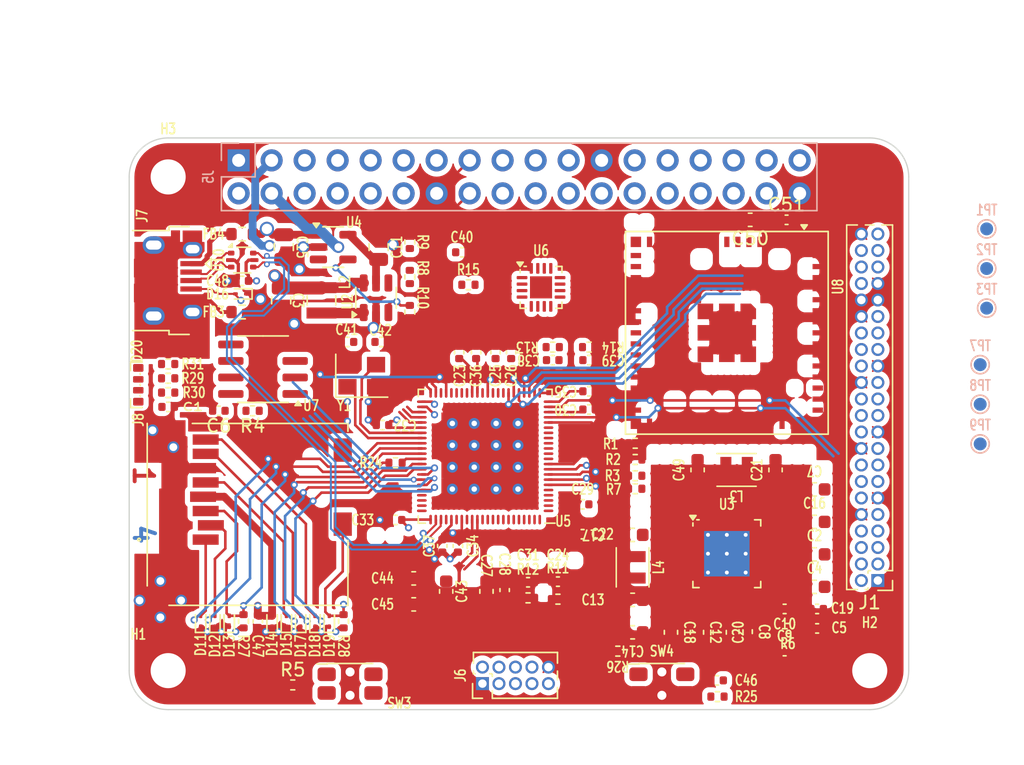
<source format=kicad_pcb>
(kicad_pcb (version 20240108) (generator "pcbnew") (generator_version "8.0")
  (layers (0 "F.Cu" signal) (1 "In1.Cu" power) (2 "In2.Cu" power) (31 "B.Cu" signal) (34 "B.Paste" user) (35 "F.Paste" user) (36 "B.SilkS" user "B.Silkscreen") (37 "F.SilkS" user "F.Silkscreen") (38 "B.Mask" user) (39 "F.Mask" user) (44 "Edge.Cuts" user))
  (net 0 "")
  (net 1 "+2V5")
  (net 2 "NMI")
  (net 3 "/cpu/svref")
  (net 4 "/cpu/hpcomfb")
  (net 5 "/cpu/vra2")
  (net 6 "GND")
  (net 7 "/cpu/hse-in")
  (net 8 "/cpu/hse-out")
  (net 9 "SDC0-DET")
  (net 10 "SDC0-D2")
  (net 11 "SDC0-D3")
  (net 12 "SDC0-CMD")
  (net 13 "SDC0-CLK")
  (net 14 "SDC0-D0")
  (net 15 "SDC0-D1")
  (net 16 "GPIOA5")
  (net 17 "GPIOA4")
  (net 18 "GPIOA3")
  (net 19 "GPIOA2")
  (net 20 "GPIOA1")
  (net 21 "CAN-RX")
  (net 22 "CAN-TX")
  (net 23 "SPI-MISO")
  (net 24 "SPI-MOSI")
  (net 25 "SPI-CS")
  (net 26 "SPI-CLK")
  (net 27 "GPIO4")
  (net 28 "UART2-RX")
  (net 29 "UART2-TX")
  (net 30 "GPIO2")
  (net 31 "GPIO3")
  (net 32 "I2C-SDA")
  (net 33 "I2C-SCL")
  (net 34 "UART1-RX")
  (net 35 "UART1-TX")
  (net 36 "GPIO1")
  (net 37 "UART0-RX")
  (net 38 "UART0-TX")
  (net 39 "~{RST}")
  (net 40 "BAT_NTC")
  (net 41 "BAT_GND")
  (net 42 "VBAT")
  (net 43 "ACIN")
  (net 44 "+3V3")
  (net 45 "USB-D-")
  (net 46 "USB-D+")
  (net 47 "/power/vint")
  (net 48 "IPS")
  (net 49 "/io/usb_gnd")
  (net 50 "/io/usb-")
  (net 51 "/io/usb+")
  (net 52 "PMU-VBUSEN")
  (net 53 "+5V_USB")
  (net 54 "+3V3_RTC")
  (net 55 "VDD_SYS")
  (net 56 "+3V0")
  (net 57 "RSB-SDA")
  (net 58 "RSB-SCK")
  (net 59 "/io/uart0")
  (net 60 "USB-ID")
  (net 61 "PON")
  (net 62 "LDO3")
  (net 63 "/cpu/vra1")
  (net 64 "LED-BLUE")
  (net 65 "LED-GREEN")
  (net 66 "LED-RED")
  (net 67 "/cpu/hpoutr")
  (net 68 "/cpu/hpoutl")
  (net 69 "/cpu/micin")
  (net 70 "GPIO_INT")
  (net 71 "Net-(U3-VREF)")
  (net 72 "Net-(U2-VOUT)")
  (net 73 "Net-(D20-BK)")
  (net 74 "Net-(D20-RK)")
  (net 75 "Net-(D20-GK)")
  (net 76 "Net-(J7-VBUS)")
  (net 81 "/io/micin")
  (net 82 "/io/vmic")
  (net 84 "/io/hpcom")
  (net 86 "/io/hpoutr")
  (net 87 "/io/hpoutl")
  (net 88 "Net-(U2-SW)")
  (net 89 "Net-(U3-LX2)")
  (net 90 "Net-(U3-BIAS)")
  (net 91 "Net-(U2-VFB)")
  (net 92 "Net-(R25-Pad1)")
  (net 93 "Net-(R5-Pad1)")
  (net 98 "BTN1")
  (net 99 "Net-(U7-~{HOLD}{slash}IO3)")
  (net 102 "/cpu/tv_vrn")
  (net 112 "/cpu/tv_vrp")
  (net 151 "/power/lx1")
  (net 152 "LCD-D10")
  (net 153 "LCD-D22")
  (net 154 "LCD-D11")
  (net 155 "LCD-D5")
  (net 156 "LCD-D23")
  (net 157 "LCD-D2")
  (net 158 "LCD_BL")
  (net 159 "LCD-CLK")
  (net 160 "LCD-D20")
  (net 161 "LCD-DE")
  (net 162 "LCD-D4")
  (net 163 "LCD-HSYNC")
  (net 164 "LCD-D21")
  (net 165 "LCD-D18")
  (net 166 "LCD-D19")
  (net 167 "LCD-D7")
  (net 168 "LCD-D3")
  (net 169 "+3V3_LDO")
  (net 170 "LCD-D6")
  (net 171 "TOUCH-YD")
  (net 172 "TOUCH-XL")
  (net 173 "LCD_RESET")
  (net 174 "TOUCH-XR")
  (net 175 "LCD-D13")
  (net 176 "LCD-D15")
  (net 177 "LCD-D14")
  (net 178 "TOUCH-YU")
  (net 179 "LCD-VSYNC")
  (net 180 "LCD-D12")
  (footprint "Inductor_SMD:L_Sunlord_SWPA252010S" (layer "F.Cu") (at 146.75 81.55 180)
    (property "Reference" "L3")
    (property "Value" "4.7uH")
  )
  (footprint "Resistor_SMD:R_0402_1005Metric" (layer "F.Cu") (at 121.6 64 90)
    (property "Reference" "R9")
    (property "Value" "562k")
  )
  (footprint "Capacitor_SMD:C_0402_1005Metric" (layer "F.Cu") (at 135.4 76.9)
    (property "Reference" "C30")
    (property "Value" "1uF")
  )
  (footprint "Resistor_SMD:R_0402_1005Metric" (layer "F.Cu") (at 103 75.6 180)
    (property "Reference" "R30")
    (property "Value" "240")
  )
  (footprint "Resistor_SMD:R_0402_1005Metric" (layer "F.Cu") (at 145.28 99)
    (property "Reference" "R25")
    (property "Value" "1k")
  )
  (footprint "Diode_SMD:D_SOD-923" (layer "F.Cu") (at 107.7 93.2 90)
    (property "Reference" "D13")
    (property "Value" "3V3")
  )
  (footprint "Capacitor_SMD:C_0603_1608Metric" (layer "F.Cu") (at 138.75 91.55)
    (property "Reference" "C13")
    (property "Value" "10uF")
  )
  (footprint "Capacitor_SMD:C_0603_1608Metric" (layer "F.Cu") (at 121.899999 89.9 180)
    (property "Reference" "C44")
    (property "Value" "4.7uF")
  )
  (footprint "Diode_SMD:D_SOD-923" (layer "F.Cu") (at 114.3 93.2 90)
    (property "Reference" "D18")
    (property "Value" "3V3")
  )
  (footprint "Capacitor_SMD:C_0603_1608Metric" (layer "F.Cu") (at 152.75 85.55)
    (property "Reference" "C16")
    (property "Value" "10uF")
  )
  (footprint "Capacitor_SMD:C_0603_1608Metric" (layer "F.Cu") (at 143.7 94.05 -90)
    (property "Reference" "C12")
    (property "Value" "4.7uF")
  )
  (footprint "Capacitor_SMD:C_0402_1005Metric" (layer "F.Cu") (at 134.9 84.2)
    (property "Reference" "C29")
    (property "Value" "1uF")
  )
  (footprint "Capacitor_SMD:C_0402_1005Metric" (layer "F.Cu") (at 152.95 92.25)
    (property "Reference" "C19")
    (property "Value" "1uF")
  )
  (footprint "Resistor_SMD:R_0603_1608Metric" (layer "F.Cu") (at 108.7 63.4)
    (property "Reference" "FB4")
    (property "Value" "FerriteBead_Small")
  )
  (footprint "Capacitor_SMD:C_0402_1005Metric" (layer "F.Cu") (at 116.8 71.7 180)
    (property "Reference" "C41")
    (property "Value" "22pF")
  )
  (footprint "Capacitor_SMD:C_0402_1005Metric" (layer "F.Cu") (at 125.61 64.8)
    (property "Reference" "C40")
    (property "Value" "1uF")
  )
  (footprint "Resistor_SMD:R_0402_1005Metric" (layer "F.Cu") (at 137.61 95.5 180)
    (property "Reference" "R26")
    (property "Value" "10k")
  )
  (footprint "Capacitor_SMD:C_0402_1005Metric" (layer "F.Cu") (at 106.9 77 180)
    (property "Reference" "C6")
    (property "Value" "1uF")
  )
  (footprint "Crystal:Crystal_SMD_3225-4Pin_3.2x2.5mm" (layer "F.Cu") (at 117.9 74.3)
    (property "Reference" "Y1")
    (property "Value" "24MHz")
  )
  (footprint "Capacitor_SMD:C_0603_1608Metric" (layer "F.Cu") (at 149.75 81.55 90)
    (property "Reference" "C21")
    (property "Value" "10uF")
  )
  (footprint "Capacitor_SMD:C_0805_2012Metric" (layer "F.Cu") (at 119.2 64.4 90)
    (property "Reference" "C11")
    (property "Value" "10uF")
  )
  (footprint "Capacitor_SMD:C_0603_1608Metric" (layer "F.Cu") (at 143.75 81.55 90)
    (property "Reference" "C49")
    (property "Value" "10uF")
  )
  (footprint "Diode_SMD:D_SOD-923" (layer "F.Cu") (at 115.4 93.2 90)
    (property "Reference" "D19")
    (property "Value" "3V3")
  )
  (footprint "Inductor_SMD:L_Sunlord_SWPA252010S" (layer "F.Cu") (at 138.75 89.05 -90)
    (property "Reference" "L4")
    (property "Value" "4.7uH")
  )
  (footprint "Capacitor_SMD:C_0402_1005Metric" (layer "F.Cu") (at 135.4 73.1)
    (property "Reference" "C39")
    (property "Value" "100nF")
  )
  (footprint "Package_TO_SOT_SMD:SOT-23-6" (layer "F.Cu") (at 119 68.3 90)
    (property "Reference" "U2")
    (property "Value" "MCP1640CH")
  )
  (footprint "Capacitor_SMD:C_0402_1005Metric" (layer "F.Cu") (at 120.5 85.4 180)
    (property "Reference" "C33")
    (property "Value" "1uF")
  )
  (footprint "Capacitor_SMD:C_0402_1005Metric" (layer "F.Cu") (at 125.4 72.5 90)
    (property "Reference" "C23")
    (property "Value" "1uF")
  )
  (footprint "Capacitor_SMD:C_0402_1005Metric" (layer "F.Cu") (at 124.1 87.4 -90)
    (property "Reference" "C37")
    (property "Value" "1uF")
  )
  (footprint "Resistor_SMD:R_0402_1005Metric" (layer "F.Cu") (at 109.5 77 180)
    (property "Reference" "R4")
    (property "Value" "100k")
  )
  (footprint "Capacitor_SMD:C_0603_1608Metric" (layer "F.Cu") (at 152.75 90.55)
    (property "Reference" "C4")
    (property "Value" "10uF")
  )
  (footprint "Capacitor_SMD:C_0603_1608Metric" (layer "F.Cu") (at 141.7 94.05 -90)
    (property "Reference" "C18")
    (property "Value" "4.7uF")
  )
  (footprint "Button_Switch_SMD:SW_SPST_EVQP7C" (layer "F.Cu") (at 141 98)
    (property "Reference" "SW4")
    (property "Value" "SW_Push")
  )
  (footprint "Capacitor_SMD:C_0402_1005Metric" (layer "F.Cu") (at 128.9 90.8 -90)
    (property "Reference" "C28")
    (property "Value" "100nF")
  )
  (footprint "Connector_PinHeader_1.27mm:PinHeader_2x05_P1.27mm_Vertical" (layer "F.Cu") (at 127.19 98 90)
    (property "Reference" "J6")
    (property "Value" "Conn_02x05_Odd_Even")
  )
  (footprint "Capacitor_SMD:C_0603_1608Metric" (layer "F.Cu") (at 124.4 90.9 -90)
    (property "Reference" "C43")
    (property "Value" "10uF")
  )
  (footprint "MountingHole:MountingHole_2.7mm_M2.5" (layer "F.Cu") (at 103 97)
    (property "Reference" "H1")
    (property "Value" "MountingHole")
  )
  (footprint "Capacitor_SMD:C_0402_1005Metric" (layer "F.Cu") (at 108.7 67 180)
    (property "Reference" "C48")
    (property "Value" "100nF")
  )
  (footprint "Capacitor_SMD:C_0402_1005Metric" (layer "F.Cu") (at 134.9 86.5)
    (property "Reference" "C22")
    (property "Value" "1uF")
  )
  (footprint "Resistor_SMD:R_0402_1005Metric" (layer "F.Cu") (at 138.95 83)
    (property "Reference" "R7")
    (property "Value" "10k")
  )
  (footprint "Capacitor_SMD:C_0402_1005Metric" (layer "F.Cu") (at 129.4 72.5 90)
    (property "Reference" "C26")
    (property "Value" "1nF")
  )
  (footprint "Capacitor_SMD:C_0402_1005Metric" (layer "F.Cu") (at 145.25 97.75 180)
    (property "Reference" "C46")
    (property "Value" "100nF")
  )
  (footprint "Resistor_SMD:R_0402_1005Metric" (layer "F.Cu") (at 133 91.5 180)
    (property "Reference" "R11")
    (property "Value" "200k")
  )
  (footprint "Resistor_SMD:R_0402_1005Metric" (layer "F.Cu") (at 116.5 93.2 -90)
    (property "Reference" "R28")
    (property "Value" "10k")
  )
  (footprint "Diode_SMD:D_SOD-923" (layer "F.Cu") (at 106.6 93.2 90)
    (property "Reference" "D12")
    (property "Value" "3V3")
  )
  (footprint "MountingHole:MountingHole_2.7mm_M2.5" (layer "F.Cu") (at 103 59)
    (property "Reference" "H3")
    (property "Value" "MountingHole")
  )
  (footprint "Capacitor_SMD:C_0805_2012Metric" (layer "F.Cu") (at 111.7 68.5 -90)
    (property "Reference" "C3")
    (property "Value" "10uF")
  )
  (footprint "Diode_SMD:D_SOD-923" (layer "F.Cu") (at 108.6 68 180)
    (property "Reference" "D16")
    (property "Value" "5V")
  )
  (footprint "Capacitor_SMD:C_0603_1608Metric" (layer "F.Cu") (at 147.45 94 -90)
    (property "Reference" "C8")
    (property "Value" "4.7uF")
  )
  (footprint "Capacitor_SMD:C_0805_2012Metric" (layer "F.Cu") (at 111.9 64.4 -90)
    (property "Reference" "C15")
    (property "Value" "10uF")
  )
  (footprint "Capacitor_SMD:C_0603_1608Metric" (layer "F.Cu") (at 145.45 94.05 -90)
    (property "Reference" "C20")
    (property "Value" "10uF")
  )
  (footprint "Capacitor_SMD:C_0402_1005Metric" (layer "F.Cu") (at 119.4 71.7)
    (property "Reference" "C42")
    (property "Value" "22pF")
  )
  (footprint "Capacitor_SMD:C_0603_1608Metric" (layer "F.Cu") (at 127.5 90.9 -90)
    (property "Reference" "C27")
    (property "Value" "10uF")
  )
  (footprint "RF_Module:ESP32-S2-MINI-1U" (layer "F.Cu") (at 146 71 -90)
    (property "Reference" "U8")
    (property "Value" "ESP32-S3-MINI-1U")
  )
  (footprint "Capacitor_SMD:C_0402_1005Metric" (layer "F.Cu") (at 133 90.15)
    (property "Reference" "C24")
    (property "Value" "1uF")
  )
  (footprint "Resistor_SMD:R_0402_1005Metric" (layer "F.Cu") (at 126.11 67.3)
    (property "Reference" "R15")
    (property "Value" "2.2k")
  )
  (footprint "Resistor_SMD:R_0402_1005Metric" (layer "F.Cu") (at 138.95 80.75)
    (property "Reference" "R2")
    (property "Value" "2.2k")
  )
  (footprint "Resistor_SMD:R_0402_1005Metric" (layer "F.Cu") (at 120.5 81 180)
    (property "Reference" "R24")
    (property "Value" "R_Small")
  )
  (footprint "Capacitor_SMD:C_0402_1005Metric" (layer "F.Cu") (at 150.45 95.5)
    (property "Reference" "C9")
    (property "Value" "100nF")
  )
  (footprint "Connector_PinHeader_1.27mm:PinHeader_2x22_P1.27mm_Vertical" (layer "F.Cu") (at 157.625 90.0625 180)
    (property "Reference" "J1")
    (property "Value" "Conn_02x22_Odd_Even")
  )
  (footprint "Capacitor_SMD:C_0402_1005Metric" (layer "F.Cu") (at 126.7 72.5 90)
    (property "Reference" "C36")
    (property "Value" "1uF")
  )
  (footprint "Package_SO:SOIC-8_3.9x4.9mm_P1.27mm" (layer "F.Cu") (at 110.3 73.8 180)
    (property "Reference" "U7")
    (property "Value" "AT25SF081-SSHD-X")
  )
  (footprint "Capacitor_SMD:C_0402_1005Metric" (layer "F.Cu") (at 103 76.7)
    (property "Reference" "C1")
    (property "Value" "100nF")
  )
  (footprint "Resistor_SMD:R_0402_1005Metric" (layer "F.Cu") (at 121.6 66.7 -90)
    (property "Reference" "R8")
    (property "Value" "976k")
  )
  (footprint "Capacitor_SMD:C_0402_1005Metric" (layer "F.Cu") (at 109.9 93.2 -90)
    (property "Reference" "C47")
    (property "Value" "10uF")
  )
  (footprint "gct:MEM20610118800A" (layer "F.Cu") (at 105.8875 79.215 -90)
    (property "Reference" "J8")
    (property "Value" "Micro_SD_Card_Det" (hide yes))
  )
  (footprint "Capacitor_SMD:C_0402_1005Metric" (layer "F.Cu") (at 119.5 78.1 180)
    (property "Reference" "C32")
    (property "Value" "1uF")
  )
  (footprint "Resistor_SMD:R_0402_1005Metric" (layer "F.Cu") (at 130.7 91.399999 180)
    (property "Reference" "R12")
    (property "Value" "200k")
  )
  (footprint "Resistor_SMD:R_0402_1005Metric" (layer "F.Cu") (at 121.6 69.4 -90)
    (property "Reference" "R10")
    (property "Value" "100K")
  )
  (footprint "Capacitor_SMD:C_0603_1608Metric" (layer "F.Cu") (at 121.899999 91.9 180)
    (property "Reference" "C45")
    (property "Value" "4.7uF")
  )
  (footprint "Diode_SMD:D_SOD-923" (layer "F.Cu") (at 111 93.2 90)
    (property "Reference" "D14")
    (property "Value" "3V3")
  )
  (footprint "Resistor_SMD:R_0402_1005Metric" (layer "F.Cu") (at 138.95 82)
    (property "Reference" "R3")
    (property "Value" "10k")
  )
  (footprint "Diode_SMD:D_SOD-923" (layer "F.Cu") (at 105.5 93.2 90)
    (property "Reference" "D11")
    (property "Value" "3V3")
  )
  (footprint "Resistor_SMD:R_0603_1608Metric" (layer "F.Cu") (at 108.7 69.4)
    (property "Reference" "FB3")
    (property "Value" "FerriteBead_Small")
  )
  (footprint "Package_DFN_QFN:VQFN-32-1EP_5x5mm_P0.5mm_EP3.5x3.5mm_ThermalVias" (layer "F.Cu") (at 146 88)
    (property "Reference" "U3")
    (property "Value" "AXP173")
  )
  (footprint "Connector_USB:USB_Micro-B_Amphenol_10103594-0001LF_Horizontal" (layer "F.Cu") (at 103 67 -90)
    (property "Reference" "J7")
    (property "Value" "USB_B_Micro")
  )
  (footprint "Resistor_SMD:R_0402_1005Metric" (layer "F.Cu") (at 103 73.4 180)
    (property "Reference" "R31")
    (property "Value" "240")
  )
  (footprint "Inductor_SMD:L_Wuerth_MAPI-2510" (layer "F.Cu") (at 114.8 68.5 90)
    (property "Reference" "L2")
    (property "Value" "L_Small")
  )
  (footprint "Capacitor_SMD:C_0402_1005Metric" (layer "F.Cu") (at 150.45 92.25 180)
    (property "Reference" "C10")
    (property "Value" "1uF")
  )
  (footprint "Capacitor_SMD:C_0603_1608Metric" (layer "F.Cu") (at 152.75 88.05)
    (property "Reference" "C2")
    (property "Value" "10uF")
  )
  (footprint "Capacitor_SMD:C_0603_1608Metric" (layer "F.Cu") (at 152.75 83.05)
    (property "Reference" "C7")
    (property "Value" "10uF")
  )
  (footprint "Package_TO_SOT_SMD:SOT-23-5" (layer "F.Cu") (at 115.7 64.4)
    (property "Reference" "U4")
    (property "Value" "AP22811")
  )
  (footprint "Package_TO_SOT_SMD:SOT-666" (layer "F.Cu") (at 108.7 65.4)
    (property "Reference" "U10")
    (property "Value" "USBLC6-2P6")
  )
  (footprint "Resistor_SMD:R_0402_1005Metric" (layer "F.Cu") (at 135.4 72.1 180)
    (property "Reference" "R14")
    (property "Value" "2.2k")
  )
  (footprint "Resistor_SMD:R_0402_1005Metric" (layer "F.Cu") (at 112.59 98.1)
    (property "Reference" "R5")
    (property "Value" "1k")
  )
  (footprint "Capacitor_SMD:C_0603_1608Metric" (layer "F.Cu") (at 138.75 86.55 180)
    (property "Reference" "C17")
    (property "Value" "10uF")
  )
  (footprint "Button_Switch_SMD:SW_SPST_EVQP7C" (layer "F.Cu") (at 117 98)
    (property "Reference" "SW3")
    (property "Value" "SW_Push")
  )
  (footprint "Capacitor_SMD:C_0402_1005Metric" (layer "F.Cu") (at 125.3 87.4 -90)
    (property "Reference" "C34")
    (property "Value" "1uF")
  )
  (footprint "Resistor_SMD:R_0402_1005Metric" (layer "F.Cu") (at 150.7 93.75 180)
    (property "Reference" "R6")
    (property "Value" "200K")
  )
  (footprint "Diode_SMD:D_SOD-923" (layer "F.Cu") (at 112.1 93.2 90)
    (property "Reference" "D15")
    (property "Value" "3V3")
  )
  (footprint "Resistor_SMD:R_0402_1005Metric" (layer "F.Cu") (at 138.95 79.5)
    (property "Reference" "R1")
    (property "Value" "10K")
  )
  (footprint "MountingHole:MountingHole_2.7mm_M2.5" (layer "F.Cu") (at 157 97)
    (property "Reference" "H2")
    (property "Value" "MountingHole")
  )
  (footprint "Diode_SMD:D_SOD-923" (layer "F.Cu") (at 113.2 93.2 90)
    (property "Reference" "D17")
    (property "Value" "3V3")
  )
  (footprint "Resistor_SMD:R_0402_1005Metric" (layer "F.Cu") (at 103 74.5 180)
    (property "Reference" "R29")
    (property "Value" "240")
  )
  (footprint "allwinner:QFN-88_EP_10x10_Pitch0.4mm" (layer "F.Cu") (at 127.4 80.5 180)
    (property "Reference" "U5")
    (property "Value" "F1C100s")
  )
  (footprint "Capacitor_SMD:C_0402_1005Metric" (layer "F.Cu") (at 128.2 72.5 90)
    (property "Reference" "C25")
    (property "Value" "100nF")
  )
  (footprint "Resistor_SMD:R_0402_1005Metric" (layer "F.Cu") (at 132.6 72.1 180)
    (property "Reference" "R13")
    (property "Value" "2.2k")
  )
  (footprint "Capacitor_SMD:C_0402_1005Metric" (layer "F.Cu") (at 135.4 75.5)
    (property "Reference" "C35")
    (property "Value" "1uF")
  )
  (footprint "Capacitor_SMD:C_0603_1608Metric" (layer "F.Cu") (at 138.75 94.05 180)
    (property "Reference" "C14")
    (property "Value" "4.7uF")
  )
  (footprint "Resistor_SMD:R_0402_1005Metric" (layer "F.Cu") (at 108.8 93.2 -90)
    (property "Reference" "R27")
    (property "Value" "10k")
  )
  (footprint "Capacitor_SMD:C_0603_1608Metric" (layer "F.Cu") (at 147.8 62.3 180)
    (property "Reference" "C50")
    (property "Value" "10uF")
  )
  (footprint "Capacitor_SMD:C_0402_1005Metric" (layer "F.Cu") (at 150.6 62.3)
    (property "Reference" "C51")
    (property "Value" "100nF")
  )
  (footprint "Capacitor_SMD:C_0402_1005Metric" (layer "F.Cu") (at 132.6 73.1)
    (property "Reference" "C38")
    (property "Value" "100nF")
  )
  (footprint "Package_DFN_QFN:QFN-16-1EP_3x3mm_P0.5mm_EP1.7x1.7mm" (layer "F.Cu") (at 131.7 67.5)
    (property "Reference" "U6")
    (property "Value" "PCA6408A")
  )
  (footprint "led:rgb-1204" (layer "F.Cu") (at 100.2 75 90)
    (property "Reference" "D20")
    (property "Value" "LED_RGBA")
  )
  (footprint "Capacitor_SMD:C_0402_1005Metric" (layer "F.Cu") (at 130.7 90.2)
    (property "Reference" "C31")
    (property "Value" "1uF")
  )
  (footprint "Capacitor_SMD:C_0402_1005Metric" (layer "F.Cu") (at 152.95 93.75)
    (property "Reference" "C5")
    (property "Value" "1uF")
  )
  (footprint "TestPoint:TestPoint_Pad_D1.0mm" (layer "B.Cu") (at 165.5 73.45 180)
    (property "Reference" "TP7")
    (property "Value" "TestPoint")
  )
  (footprint "TestPoint:TestPoint_Pad_D1.0mm" (layer "B.Cu") (at 166 69.1 180)
    (property "Reference" "TP3")
    (property "Value" "TestPoint")
  )
  (footprint "TestPoint:TestPoint_Pad_D1.0mm" (layer "B.Cu") (at 165.5 79.55 180)
    (property "Reference" "TP9")
    (property "Value" "TestPoint")
  )
  (footprint "TestPoint:TestPoint_Pad_D1.0mm" (layer "B.Cu") (at 166 66.05 180)
    (property "Reference" "TP2")
    (property "Value" "TestPoint")
  )
  (footprint "TestPoint:TestPoint_Pad_D1.0mm" (layer "B.Cu") (at 166 63 180)
    (property "Reference" "TP1")
    (property "Value" "TestPoint")
  )
  (footprint "TestPoint:TestPoint_Pad_D1.0mm" (layer "B.Cu") (at 165.5 76.5 180)
    (property "Reference" "TP8")
    (property "Value" "TestPoint")
  )
  (footprint "Connector_PinHeader_2.54mm:PinHeader_2x18_P2.54mm_Vertical" (layer "B.Cu") (at 108.425 57.725 -90)
    (property "Reference" "J5")
    (property "Value" "Conn_02x18_Odd_Even")
  )
  (gr_line (start 103 56) (end 157 56) (stroke (width 0.1)) (layer "Edge.Cuts"))
  (gr_arc (start 103 100) (mid 100.87868 99.12132) (end 100 97) (stroke (width 0.1)) (layer "Edge.Cuts"))
  (gr_arc (start 157 56) (mid 159.12132 56.87868) (end 160 59) (stroke (width 0.1)) (layer "Edge.Cuts"))
  (gr_arc (start 100 59) (mid 100.87868 56.87868) (end 103 56) (stroke (width 0.1)) (layer "Edge.Cuts"))
  (gr_line (start 100 97) (end 100 59) (stroke (width 0.1)) (layer "Edge.Cuts"))
  (gr_line (start 103 100) (end 157 100) (stroke (width 0.1)) (layer "Edge.Cuts"))
  (gr_line (start 160 97) (end 160 59) (stroke (width 0.1)) (layer "Edge.Cuts"))
  (gr_arc (start 160 97) (mid 159.12132 99.12132) (end 157 100) (stroke (width 0.1)) (layer "Edge.Cuts"))
  (gr_text "1" (at 101.1 82 270) (layer "F.Cu") (effects (font (size 1.5 1.5) (thickness 0.3))))
  (gr_text "4" (at 101.1 86.5 270) (layer "B.Cu") (effects (font (size 1.5 1.5) (thickness 0.3))))
  (segment (start 125.58 72.98) (end 125.4 72.98) (width 0.2) (layer "F.Cu") (net 1))
  (segment (start 126.4 75.625) (end 126.4 73.8) (width 0.2) (layer "F.Cu") (net 1))
  (segment (start 126.4 73.8) (end 125.58 72.98) (width 0.2) (layer "F.Cu") (net 1))
  (segment (start 127.6 74.8) (end 127.8 74.6) (width 0.2) (layer "F.Cu") (net 3))
  (segment (start 127.6 75.625) (end 127.6 74.8) (width 0.2) (layer "F.Cu") (net 3))
  (via (at 127.8 74.6) (size 0.55) (drill 0.3) (layers "F.Cu" "B.Cu") (net 3))
  (segment (start 124.1 87.88) (end 124.18 87.88) (width 0.4) (layer "F.Cu") (net 6))
  (segment (start 107.775 57.725) (end 106.6 58.9) (width 1.2) (layer "F.Cu") (net 6))
  (segment (start 102.3875 91.575) (end 102.3875 90.1125) (width 0.2) (layer "F.Cu") (net 6))
  (segment (start 112.1 93.62) (end 111.88 93.62) (width 0.3) (layer "F.Cu") (net 6))
  (segment (start 106.6 93.62) (end 106.38 93.62) (width 0.3) (layer "F.Cu") (net 6))
  (segment (start 109.7 68) (end 110.1 68.4) (width 0.3) (layer "F.Cu") (net 6))
  (segment (start 106.6 58.9) (end 106.6 61.4) (width 1.2) (layer "F.Cu") (net 6))
  (segment (start 112.349999 65.349999) (end 113.1 66.1) (width 1) (layer "F.Cu") (net 6))
  (segment (start 108.425 57.725) (end 107.775001 57.725) (width 1.2) (layer "F.Cu") (net 6))
  (segment (start 108.4 66.82) (end 108.22 67) (width 0.25) (layer "F.Cu") (net 6))
  (segment (start 111.7 69.449999) (end 111.849999 69.449999) (width 1) (layer "F.Cu") (net 6))
  (segment (start 107.775 65.4) (end 108.1 65.4) (width 0.25) (layer "F.Cu") (net 6))
  (segment (start 108.22 67) (end 107.6 67) (width 0.25) (layer "F.Cu") (net 6))
  (segment (start 115.4 93.62) (end 115.18 93.62) (width 0.3) (layer "F.Cu") (net 6))
  (segment (start 113.08 93.62) (end 112.7 94) (width 0.3) (layer "F.Cu") (net 6))
  (segment (start 106.38 93.62) (end 106 94) (width 0.3) (layer "F.Cu") (net 6))
  (segment (start 107.7 93.62) (end 107.48 93.62) (width 0.3) (layer "F.Cu") (net 6))
  (segment (start 124.18 87.88) (end 124.7 88.4) (width 0.4) (layer "F.Cu") (net 6))
  (segment (start 105.62 93.62) (end 106 94) (width 0.3) (layer "F.Cu") (net 6))
  (segment (start 120.02 85.4) (end 119.3 85.4) (width 0.2) (layer "F.Cu") (net 6))
  (segment (start 119 70.4) (end 118.8 70.6) (width 0.6) (layer "F.Cu") (net 6))
  (segment (start 102.3875 90.1125) (end 102.4 90.1) (width 0.2) (layer "F.Cu") (net 6))
  (segment (start 109.9 93.68) (end 110.18 93.68) (width 0.3) (layer "F.Cu") (net 6))
  (segment (start 108.4 65.7) (end 108.4 66.82) (width 0.25) (layer "F.Cu") (net 6))
  (segment (start 124.02 87.88) (end 123.5 88.4) (width 0.4) (layer "F.Cu") (net 6))
  (segment (start 125.3 87.88) (end 125.22 87.88) (width 0.4) (layer "F.Cu") (net 6))
  (segment (start 111.12 93.62) (end 111.5 94) (width 0.3) (layer "F.Cu") (net 6))
  (segment (start 111.9 65.349999) (end 112.349999 65.349999) (width 1) (layer "F.Cu") (net 6))
  (segment (start 119.02 78.1) (end 118.8 78.1) (width 0.2) (layer "F.Cu") (net 6))
  (segment (start 108.1 65.4) (end 108.4 65.7) (width 0.25) (layer "F.Cu") (net 6))
  (segment (start 109.02 68) (end 109.7 68) (width 0.3) (layer "F.Cu") (net 6))
  (segment (start 110.18 93.68) (end 110.5 94) (width 0.3) (layer "F.Cu") (net 6))
  (segment (start 124.1 87.88) (end 124.02 87.88) (width 0.4) (layer "F.Cu") (net 6))
  (segment (start 111.849999 69.449999) (end 112.7 70.3) (width 1) (layer "F.Cu") (net 6))
  (segment (start 114.5625 64.4) (end 113.4 64.4) (width 0.3) (layer "F.Cu") (net 6))
  (segment (start 112.32 93.62) (end 112.7 94) (width 0.3) (layer "F.Cu") (net 6))
  (segment (start 111 93.62) (end 110.88 93.62) (width 0.3) (layer "F.Cu") (net 6))
  (segment (start 109.525 69.4) (end 109.525 68.975) (width 0.3) (layer "F.Cu") (net 6))
  (segment (start 115.18 93.62) (end 114.8 94) (width 0.3) (layer "F.Cu") (net 6))
  (segment (start 119.2 63.450001) (end 119.550001 63.450001) (width 0.6) (layer "F.Cu") (net 6))
  (segment (start 106.6 93.62) (end 106.72 93.62) (width 0.3) (layer "F.Cu") (net 6))
  (segment (start 106.72 93.62) (end 107.1 94) (width 0.3) (layer "F.Cu") (net 6))
  (segment (start 114.3 93.62) (end 114.42 93.62) (width 0.3) (layer "F.Cu") (net 6))
  (segment (start 119.550001 63.450001) (end 120.3 64.2) (width 0.6) (layer "F.Cu") (net 6))
  (segment (start 109.525 68.975) (end 110.1 68.4) (width 0.3) (layer "F.Cu") (net 6))
  (segment (start 114.42 93.62) (end 114.8 94) (width 0.3) (layer "F.Cu") (net 6))
  (segment (start 125.22 87.88) (end 124.7 88.4) (width 0.4) (layer "F.Cu") (net 6))
  (segment (start 110.88 93.62) (end 110.5 94) (width 0.3) (layer "F.Cu") (net 6))
  (segment (start 111.88 93.62) (end 111.5 94) (width 0.3) (layer "F.Cu") (net 6))
  (segment (start 107.48 93.62) (end 107.1 94) (width 0.3) (layer "F.Cu") (net 6))
  (segment (start 105.5 93.62) (end 105.62 93.62) (width 0.3) (layer "F.Cu") (net 6))
  (segment (start 113.2 93.62) (end 113.08 93.62) (width 0.3) (layer "F.Cu") (net 6))
  (segment (start 111 93.62) (end 111.12 93.62) (width 0.3) (layer "F.Cu") (net 6))
  (segment (start 119 69.4375) (end 119 70.4) (width 0.6) (layer "F.Cu") (net 6))
  (segment (start 118.8 78.1) (end 118.4 77.7) (width 0.2) (layer "F.Cu") (net 6))
  (segment (start 112.1 93.62) (end 112.32 93.62) (width 0.3) (layer "F.Cu") (net 6))
  (via (at 107.6 67) (size 0.55) (drill 0.3) (layers "F.Cu" "B.Cu") (net 6))
  (via (at 124.7 88.4) (size 0.55) (drill 0.3) (layers "F.Cu" "B.Cu") (net 6))
  (via (at 116.8 77.8) (size 0.55) (drill 0.3) (layers "F.Cu" "B.Cu") (net 6))
  (via (at 119.3 85.4) (size 0.55) (drill 0.3) (layers "F.Cu" "B.Cu") (net 6))
  (via (at 112.7 94) (size 0.55) (drill 0.3) (layers "F.Cu" "B.Cu") (net 6))
  (via (at 118.8 70.6) (size 0.9) (drill 0.6) (layers "F.Cu" "B.Cu") (net 6))
  (via (at 110.5 94) (size 0.55) (drill 0.3) (layers "F.Cu" "B.Cu") (net 6))
  (via (at 102.4 90.1) (size 0.9) (drill 0.6) (layers "F.Cu" "B.Cu") (net 6))
  (via (at 116.8 76.3) (size 0.55) (drill 0.3) (layers "F.Cu" "B.Cu") (net 6))
  (via (at 112.7 70.3) (size 0.9) (drill 0.6) (layers "F.Cu" "B.Cu") (net 6))
  (via (at 103.4 79.8) (size 0.9) (drill 0.6) (layers "F.Cu" "B.Cu") (net 6))
  (via (at 120.3 64.2) (size 0.9) (drill 0.6) (layers "F.Cu" "B.Cu") (net 6))
  (via (at 102.4 92.9) (size 0.9) (drill 0.6) (layers "F.Cu" "B.Cu") (net 6))
  (via (at 107.1 94) (size 0.55) (drill 0.3) (layers "F.Cu" "B.Cu") (net 6))
  (via (at 114.8 94) (size 0.55) (drill 0.3) (layers "F.Cu" "B.Cu") (net 6))
  (via (at 106 94) (size 0.55) (drill 0.3) (layers "F.Cu" "B.Cu") (net 6))
  (via (at 118.4 76.3) (size 0.55) (drill 0.3) (layers "F.Cu" "B.Cu") (net 6))
  (via (at 100.8 91.6) (size 0.9) (drill 0.6) (layers "F.Cu" "B.Cu") (net 6))
  (via (at 113.4 64.4) (size 0.9) (drill 0.6) (layers "F.Cu" "B.Cu") (net 6))
  (via (at 110.1 68.4) (size 0.9) (drill 0.6) (layers "F.Cu" "B.Cu") (net 6))
  (via (at 104 91.6) (size 0.9) (drill 0.6) (layers "F.Cu" "B.Cu") (net 6))
  (via (at 123.5 88.4) (size 0.55) (drill 0.3) (layers "F.Cu" "B.Cu") (net 6))
  (via (at 101.8 78.5) (size 0.9) (drill 0.6) (layers "F.Cu" "B.Cu") (net 6))
  (via (at 111.5 94) (size 0.55) (drill 0.3) (layers "F.Cu" "B.Cu") (net 6))
  (via (at 118.4 77.7) (size 0.55) (drill 0.3) (layers "F.Cu" "B.Cu") (net 6))
  (via (at 113.1 66.1) (size 0.9) (drill 0.6) (layers "F.Cu" "B.Cu") (net 6))
  (segment (start 117.9 74.55) (end 119 73.45) (width 0.2) (layer "F.Cu") (net 7))
  (segment (start 117.9 76.1) (end 117.9 74.55) (width 0.2) (layer "F.Cu") (net 7))
  (segment (start 117.8 78) (end 117.8 76.2) (width 0.2) (layer "F.Cu") (net 7))
  (segment (start 117.8 76.2) (end 117.9 76.1) (width 0.2) (layer "F.Cu") (net 7))
  (segment (start 122.525 78.7) (end 118.5 78.7) (width 0.2) (layer "F.Cu") (net 7))
  (segment (start 118.5 78.7) (end 117.8 78) (width 0.2) (layer "F.Cu") (net 7))
  (segment (start 117.4 78.1) (end 117.4 75.75) (width 0.2) (layer "F.Cu") (net 8))
  (segment (start 118.4 79.1) (end 117.4 78.1) (width 0.2) (layer "F.Cu") (net 8))
  (segment (start 122.525 79.1) (end 118.4 79.1) (width 0.2) (layer "F.Cu") (net 8))
  (segment (start 117.4 75.75) (end 116.8 75.15) (width 0.2) (layer "F.Cu") (net 8))
  (segment (start 115.1 90.7) (end 115.1 92.48) (width 0.2) (layer "F.Cu") (net 9))
  (segment (start 124.4 74.9) (end 123.9 74.4) (width 0.2) (layer "F.Cu") (net 9))
  (segment (start 115.3 78.8875) (end 115.3 75.1) (width 0.2) (layer "F.Cu") (net 9))
  (segment (start 124.4 75.625) (end 124.4 74.9) (width 0.2) (layer "F.Cu") (net 9))
  (segment (start 116.410001 92.78) (end 116.5 92.690001) (width 0.2) (layer "F.Cu") (net 9))
  (segment (start 115.1 92.48) (end 115.4 92.78) (width 0.2) (layer "F.Cu") (net 9))
  (segment (start 115.4 92.78) (end 116.410001 92.78) (width 0.2) (layer "F.Cu") (net 9))
  (segment (start 116.4375 85.725001) (end 116.4375 89.3625) (width 0.2) (layer "F.Cu") (net 9))
  (segment (start 116.4375 89.3625) (end 115.1 90.7) (width 0.2) (layer "F.Cu") (net 9))
  (segment (start 116.5 92.690001) (end 116.5 91.9) (width 0.2) (layer "F.Cu") (net 9))
  (segment (start 114.7 74.2) (end 115.3 74.8) (width 0.2) (layer "F.Cu") (net 9))
  (segment (start 115.3 74.8) (end 115.3 75.1) (width 0.2) (layer "F.Cu") (net 9))
  (segment (start 116.4375 80.025) (end 115.3 78.8875) (width 0.2) (layer "F.Cu") (net 9))
  (via (at 116.5 91.9) (size 0.55) (drill 0.3) (layers "F.Cu" "B.Cu") (net 9))
  (via (at 114.7 74.2) (size 0.55) (drill 0.3) (layers "F.Cu" "B.Cu") (net 9))
  (via (at 123.9 74.4) (size 0.55) (drill 0.3) (layers "F.Cu" "B.Cu") (net 9))
  (segment (start 114.9 74.4) (end 114.7 74.2) (width 0.2) (layer "B.Cu") (net 9))
  (segment (start 123.9 74.4) (end 114.9 74.4) (width 0.2) (layer "B.Cu") (net 9))
  (segment (start 114.7 80.7) (end 115.3 81.3) (width 0.2) (layer "F.Cu") (net 10))
  (segment (start 105.8875 86.915) (end 105.8875 92.3925) (width 0.2) (layer "F.Cu") (net 10))
  (segment (start 110.7 80.7) (end 114.7 80.7) (width 0.2) (layer "F.Cu") (net 10))
  (segment (start 105.5 92.78) (end 105.32 92.78) (width 0.2) (layer "F.Cu") (net 10))
  (segment (start 105.32 92.78) (end 105 93.1) (width 0.2) (layer "F.Cu") (net 10))
  (segment (start 115.3 81.3) (end 117.3 81.3) (width 0.2) (layer "F.Cu") (net 10))
  (segment (start 117.3 81.3) (end 119.1 79.5) (width 0.2) (layer "F.Cu") (net 10))
  (segment (start 105.8875 92.3925) (end 105.5 92.78) (width 0.2) (layer "F.Cu") (net 10))
  (segment (start 119.1 79.5) (end 122.525 79.5) (width 0.2) (layer "F.Cu") (net 10))
  (via (at 110.7 80.7) (size 0.55) (drill 0.3) (layers "F.Cu" "B.Cu") (net 10))
  (via (at 105 93.1) (size 0.55) (drill 0.3) (layers "F.Cu" "B.Cu") (net 10))
  (segment (start 110.7 80.7) (end 110.7 81.1) (width 0.2) (layer "B.Cu") (net 10))
  (segment (start 110.7 81.1) (end 108.2 83.6) (width 0.2) (layer "B.Cu") (net 10))
  (segment (start 108.2 89.9) (end 105 93.1) (width 0.2) (layer "B.Cu") (net 10))
  (segment (start 108.2 83.6) (end 108.2 89.9) (width 0.2) (layer "B.Cu") (net 10))
  (segment (start 106.6 92.78) (end 106.42 92.78) (width 0.2) (layer "F.Cu") (net 11))
  (segment (start 107.4 86.3) (end 107.4 87.6) (width 0.2) (layer "F.Cu") (net 11))
  (segment (start 106.42 92.78) (end 106.1 93.1) (width 0.2) (layer "F.Cu") (net 11))
  (segment (start 117.5 81.7) (end 119.300001 79.899999) (width 0.2) (layer "F.Cu") (net 11))
  (segment (start 111.3 81.3) (end 114.5 81.3) (width 0.2) (layer "F.Cu") (net 11))
  (segment (start 119.300001 79.899999) (end 122.525 79.899999) (width 0.2) (layer "F.Cu") (net 11))
  (segment (start 114.9 81.7) (end 117.5 81.7) (width 0.2) (layer "F.Cu") (net 11))
  (segment (start 106.6 88.4) (end 106.6 92.78) (width 0.2) (layer "F.Cu") (net 11))
  (segment (start 106.2875 85.815) (end 106.915 85.815) (width 0.2) (layer "F.Cu") (net 11))
  (segment (start 107.4 87.6) (end 106.6 88.4) (width 0.2) (layer "F.Cu") (net 11))
  (segment (start 114.5 81.3) (end 114.9 81.7) (width 0.2) (layer "F.Cu") (net 11))
  (segment (start 106.915 85.815) (end 107.4 86.3) (width 0.2) (layer "F.Cu") (net 11))
  (via (at 111.3 81.3) (size 0.55) (drill 0.3) (layers "F.Cu" "B.Cu") (net 11))
  (via (at 106.1 93.1) (size 0.55) (drill 0.3) (layers "F.Cu" "B.Cu") (net 11))
  (segment (start 109.3 83.8) (end 109.3 89.9) (width 0.2) (layer "B.Cu") (net 11))
  (segment (start 111.3 81.3) (end 111.3 81.8) (width 0.2) (layer "B.Cu") (net 11))
  (segment (start 111.3 81.8) (end 109.3 83.8) (width 0.2) (layer "B.Cu") (net 11))
  (segment (start 109.3 89.9) (end 106.1 93.1) (width 0.2) (layer "B.Cu") (net 11))
  (segment (start 112 81.9) (end 112.2 82.1) (width 0.2) (layer "F.Cu") (net 12))
  (segment (start 108.3 87.8) (end 107.5 88.6) (width 0.2) (layer "F.Cu") (net 12))
  (segment (start 107.5 88.6) (end 107.5 92.58) (width 0.2) (layer "F.Cu") (net 12))
  (segment (start 112.2 82.1) (end 117.7 82.1) (width 0.2) (layer "F.Cu") (net 12))
  (segment (start 107.5 92.58) (end 107.7 92.78) (width 0.2) (layer "F.Cu") (net 12))
  (segment (start 107.7 92.78) (end 108.710001 92.78) (width 0.2) (layer "F.Cu") (net 12))
  (segment (start 108.8 92.690001) (end 108.8 92) (width 0.2) (layer "F.Cu") (net 12))
  (segment (start 105.8875 84.715) (end 107.315 84.715) (width 0.2) (layer "F.Cu") (net 12))
  (segment (start 117.7 82.1) (end 119.5 80.3) (width 0.2) (layer "F.Cu") (net 12))
  (segment (start 108.710001 92.78) (end 108.8 92.690001) (width 0.2) (layer "F.Cu") (net 12))
  (segment (start 119.5 80.3) (end 122.525 80.3) (width 0.2) (layer "F.Cu") (net 12))
  (segment (start 108.3 85.7) (end 108.3 87.8) (width 0.2) (layer "F.Cu") (net 12))
  (segment (start 107.315 84.715) (end 108.3 85.7) (width 0.2) (layer "F.Cu") (net 12))
  (via (at 112 81.9) (size 0.55) (drill 0.3) (layers "F.Cu" "B.Cu") (net 12))
  (via (at 108.8 92) (size 0.55) (drill 0.3) (layers "F.Cu" "B.Cu") (net 12))
  (segment (start 110.2 90.6) (end 108.8 92) (width 0.2) (layer "B.Cu") (net 12))
  (segment (start 112 81.9) (end 112 82.4) (width 0.2) (layer "B.Cu") (net 12))
  (segment (start 112 82.4) (end 110.2 84.2) (width 0.2) (layer "B.Cu") (net 12))
  (segment (start 110.2 84.2) (end 110.2 90.6) (width 0.2) (layer "B.Cu") (net 12))
  (segment (start 121.309999 80.7) (end 121.009999 81) (width 0.2) (layer "F.Cu") (net 13))
  (segment (start 122.525 80.7) (end 121.309999 80.7) (width 0.2) (layer "F.Cu") (net 13))
  (segment (start 118.2 82.9) (end 119.5 81.6) (width 0.2) (layer "F.Cu") (net 14))
  (segment (start 121.799999 81.100001) (end 122.525 81.100001) (width 0.2) (layer "F.Cu") (net 14))
  (segment (start 113.4 83.3) (end 113.8 82.9) (width 0.2) (layer "F.Cu") (net 14))
  (segment (start 113.2 92.78) (end 113.28 92.78) (width 0.2) (layer "F.Cu") (net 14))
  (segment (start 112.6 86.4) (end 112.6 92.18) (width 0.2) (layer "F.Cu") (net 14))
  (segment (start 106.514999 80.314999) (end 112.6 86.4) (width 0.2) (layer "F.Cu") (net 14))
  (segment (start 119.5 81.6) (end 121.3 81.6) (width 0.2) (layer "F.Cu") (net 14))
  (segment (start 112.6 92.18) (end 113.2 92.78) (width 0.2) (layer "F.Cu") (net 14))
  (segment (start 105.8875 80.314999) (end 106.514999 80.314999) (width 0.2) (layer "F.Cu") (net 14))
  (segment (start 121.3 81.6) (end 121.799999 81.100001) (width 0.2) (layer "F.Cu") (net 14))
  (segment (start 113.28 92.78) (end 113.7 93.2) (width 0.2) (layer "F.Cu") (net 14))
  (segment (start 113.8 82.9) (end 118.2 82.9) (width 0.2) (layer "F.Cu") (net 14))
  (via (at 113.4 83.3) (size 0.55) (drill 0.3) (layers "F.Cu" "B.Cu") (net 14))
  (via (at 113.7 93.2) (size 0.55) (drill 0.3) (layers "F.Cu" "B.Cu") (net 14))
  (segment (start 113.4 83.7) (end 112 85.1) (width 0.2) (layer "B.Cu") (net 14))
  (segment (start 112 91.5) (end 113.7 93.2) (width 0.2) (layer "B.Cu") (net 14))
  (segment (start 113.4 83.3) (end 113.4 83.7) (width 0.2) (layer "B.Cu") (net 14))
  (segment (start 112 85.1) (end 112 91.5) (width 0.2) (layer "B.Cu") (net 14))
  (segment (start 113.6 92.08) (end 114.3 92.78) (width 0.2) (layer "F.Cu") (net 15))
  (segment (start 114.38 92.78) (end 114.8 93.2) (width 0.2) (layer "F.Cu") (net 15))
  (segment (start 119.7 82) (end 121.4 82) (width 0.2) (layer "F.Cu") (net 15))
  (segment (start 113.6 85.7) (end 113.6 92.08) (width 0.2) (layer "F.Cu") (net 15))
  (segment (start 114.8 83.3) (end 118.4 83.3) (width 0.2) (layer "F.Cu") (net 15))
  (segment (start 107.115 79.215) (end 113.6 85.7) (width 0.2) (layer "F.Cu") (net 15))
  (segment (start 118.4 83.3) (end 119.7 82) (width 0.2) (layer "F.Cu") (net 15))
  (segment (start 105.8875 79.215) (end 107.115 79.215) (width 0.2) (layer "F.Cu") (net 15))
  (segment (start 121.9 81.5) (end 122.525 81.5) (width 0.2) (layer "F.Cu") (net 15))
  (segment (start 114.15 83.95) (end 114.8 83.3) (width 0.2) (layer "F.Cu") (net 15))
  (segment (start 114.3 92.78) (end 114.38 92.78) (width 0.2) (layer "F.Cu") (net 15))
  (segment (start 121.4 82) (end 121.9 81.5) (width 0.2) (layer "F.Cu") (net 15))
  (via (at 114.15 83.95) (size 0.55) (drill 0.3) (layers "F.Cu" "B.Cu") (net 15))
  (via (at 114.8 93.2) (size 0.55) (drill 0.3) (layers "F.Cu" "B.Cu") (net 15))
  (segment (start 112.8 85.3) (end 112.8 91.2) (width 0.2) (layer "B.Cu") (net 15))
  (segment (start 114.15 83.95) (end 112.8 85.3) (width 0.2) (layer "B.Cu") (net 15))
  (segment (start 112.8 91.2) (end 114.8 93.2) (width 0.2) (layer "B.Cu") (net 15))
  (segment (start 123.4 82.2) (end 123.5 82.2) (width 0.2) (layer "F.Cu") (net 23))
  (segment (start 122.525 82.699999) (end 122.900001 82.699999) (width 0.2) (layer "F.Cu") (net 23))
  (segment (start 122.900001 82.699999) (end 123.2 82.4) (width 0.2) (layer "F.Cu") (net 23))
  (segment (start 123.2 82.4) (end 123.4 82.2) (width 0.2) (layer "F.Cu") (net 23))
  (via (at 123.5 82.2) (size 0.45) (drill 0.25) (layers "F.Cu" "B.Cu") (net 23))
  (segment (start 123 82.2) (end 122.4016 82.7984) (width 0.2) (layer "B.Cu") (net 23))
  (segment (start 122.4016 82.7984) (end 119.2984 82.7984) (width 0.2) (layer "B.Cu") (net 23))
  (segment (start 123.5 82.2) (end 123 82.2) (width 0.2) (layer "B.Cu") (net 23))
  (segment (start 119.2984 82.7984) (end 113.9 77.4) (width 0.2) (layer "B.Cu") (net 23))
  (segment (start 123.3 83.1) (end 123.5 82.9) (width 0.2) (layer "F.Cu") (net 24))
  (segment (start 122.525 83.1) (end 123.3 83.1) (width 0.2) (layer "F.Cu") (net 24))
  (via (at 123.5 82.9) (size 0.55) (drill 0.3) (layers "F.Cu" "B.Cu") (net 24))
  (segment (start 119 83.2) (end 113.4 77.6) (width 0.2) (layer "B.Cu") (net 24))
  (segment (start 123.2 83.2) (end 119 83.2) (width 0.2) (layer "B.Cu") (net 24))
  (segment (start 123.5 82.9) (end 123.2 83.2) (width 0.2) (layer "B.Cu") (net 24))
  (segment (start 121.9 82.3) (end 122.525 82.3) (width 0.2) (layer "F.Cu") (net 25))
  (via (at 121.9 82.3) (size 0.45) (drill 0.25) (layers "F.Cu" "B.Cu") (net 25))
  (segment (start 121.9 82.3) (end 119.4 82.3) (width 0.2) (layer "B.Cu") (net 25))
  (segment (start 119.4 82.3) (end 114.3 77.2) (width 0.2) (layer "B.Cu") (net 25))
  (segment (start 123 81.9) (end 123.5 81.4) (width 0.2) (layer "F.Cu") (net 26))
  (segment (start 122.525 81.9) (end 123 81.9) (width 0.2) (layer "F.Cu") (net 26))
  (via (at 123.5 81.4) (size 0.55) (drill 0.3) (layers "F.Cu" "B.Cu") (net 26))
  (segment (start 119.2 81.4) (end 112.6 74.8) (width 0.2) (layer "B.Cu") (net 26))
  (segment (start 123.5 81.4) (end 119.2 81.4) (width 0.2) (layer "B.Cu") (net 26))
  (segment (start 123.6 75.2) (end 123.3 74.9) (width 0.2) (layer "F.Cu") (net 34))
  (segment (start 123.3 74.9) (end 123.3 63.17) (width 0.2) (layer "F.Cu") (net 34))
  (segment (start 123.6 75.625) (end 123.6 75.2) (width 0.2) (layer "F.Cu") (net 34))
  (segment (start 123.3 63.17) (end 126.205 60.265) (width 0.2) (layer "F.Cu") (net 34))
  (segment (start 125 58.930001) (end 126.205001 57.725) (width 0.2) (layer "F.Cu") (net 35))
  (segment (start 123.2 75.625) (end 123.2 75.4) (width 0.2) (layer "F.Cu") (net 35))
  (segment (start 123.2 75.4) (end 122.9 75.1) (width 0.2) (layer "F.Cu") (net 35))
  (segment (start 122.9 63) (end 125 60.9) (width 0.2) (layer "F.Cu") (net 35))
  (segment (start 125 60.9) (end 125 58.930001) (width 0.2) (layer "F.Cu") (net 35))
  (segment (start 122.9 75.1) (end 122.9 63) (width 0.2) (layer "F.Cu") (net 35))
  (segment (start 121.6 77.9) (end 120.8 77.1) (width 0.2) (layer "F.Cu") (net 37))
  (segment (start 122.525 77.9) (end 121.6 77.9) (width 0.2) (layer "F.Cu") (net 37))
  (segment (start 122.525 77.5) (end 121.7 77.5) (width 0.2) (layer "F.Cu") (net 38))
  (segment (start 121.7 77.5) (end 121.1 76.9) (width 0.2) (layer "F.Cu") (net 38))
  (via (at 116.1 64.4) (size 0.9) (drill 0.6) (layers "F.Cu" "B.Cu") (net 42))
  (segment (start 113.7 63) (end 114.6 63) (width 0.8) (layer "B.Cu") (net 42))
  (segment (start 116 64.4) (end 116.1 64.4) (width 0.8) (layer "B.Cu") (net 42))
  (segment (start 110.965 60.265) (end 113.7 63) (width 0.8) (layer "B.Cu") (net 42))
  (segment (start 114.6 63) (end 116 64.4) (width 0.8) (layer "B.Cu") (net 42))
  (via (at 110.8 64.3) (size 0.9) (drill 0.6) (layers "F.Cu" "B.Cu") (net 43))
  (segment (start 109.5 63.6) (end 109.8 63.9) (width 0.6) (layer "B.Cu") (net 43))
  (segment (start 110.965 57.725) (end 109.7 58.99) (width 0.6) (layer "B.Cu") (net 43))
  (segment (start 110.2 64.3) (end 110.8 64.3) (width 0.6) (layer "B.Cu") (net 43))
  (segment (start 109.7 58.99) (end 109.7 60.4) (width 0.6) (layer "B.Cu") (net 43))
  (segment (start 109.7 61.7) (end 109.5 61.9) (width 0.6) (layer "B.Cu") (net 43))
  (segment (start 109.5 61.9) (end 109.5 63.6) (width 0.6) (layer "B.Cu") (net 43))
  (segment (start 109.8 63.9) (end 110.2 64.3) (width 0.6) (layer "B.Cu") (net 43))
  (segment (start 109.7 60.4) (end 109.7 61.7) (width 0.6) (layer "B.Cu") (net 43))
  (segment (start 107.315 83.615) (end 111 87.3) (width 0.6) (layer "F.Cu") (net 44))
  (segment (start 119.98 78.1) (end 119.98 77.92) (width 0.2) (layer "F.Cu") (net 44))
  (segment (start 120.5 77.8) (end 120.6 77.7) (width 0.2) (layer "F.Cu") (net 44))
  (segment (start 111 92.78) (end 109.96 92.78) (width 0.6) (layer "F.Cu") (net 44))
  (segment (start 122.525 78.300001) (end 120.180001 78.300001) (width 0.2) (layer "F.Cu") (net 44))
  (segment (start 121.005 85.375) (end 120.98 85.4) (width 0.2) (layer "F.Cu") (net 44))
  (segment (start 120.98 85.48) (end 121.5 86) (width 0.2) (layer "F.Cu") (net 44))
  (segment (start 109.9 92.72) (end 109.9 92) (width 0.6) (layer "F.Cu") (net 44))
  (segment (start 120.180001 78.300001) (end 119.98 78.1) (width 0.2) (layer "F.Cu") (net 44))
  (segment (start 116.5 93.709999) (end 116.190001 93.709999) (width 0.3) (layer "F.Cu") (net 44))
  (segment (start 132.275001 77.1) (end 134.720001 77.1) (width 0.2) (layer "F.Cu") (net 44))
  (segment (start 123.2 85.375) (end 121.005 85.375) (width 0.2) (layer "F.Cu") (net 44))
  (segment (start 111 87.3) (end 111 92.78) (width 0.6) (layer "F.Cu") (net 44))
  (segment (start 124.9 86.4) (end 124.9 86.52) (width 0.4) (layer "F.Cu") (net 44))
  (segment (start 120.98 85.4) (end 120.98 85.48) (width 0.2) (layer "F.Cu") (net 44))
  (segment (start 119.98 77.92) (end 120.1 77.8) (width 0.2) (layer "F.Cu") (net 44))
  (segment (start 108.8 93.709999) (end 108.490001 93.709999) (width 0.3) (layer "F.Cu") (net 44))
  (segment (start 134.720001 77.1) (end 134.92 76.900001) (width 0.2) (layer "F.Cu") (net 44))
  (segment (start 116.190001 93.709999) (end 115.9 94) (width 0.3) (layer "F.Cu") (net 44))
  (segment (start 125.6 86.62) (end 125.3 86.92) (width 0.2) (layer "F.Cu") (net 44))
  (segment (start 124.9 86.52) (end 125.3 86.92) (width 0.4) (layer "F.Cu") (net 44))
  (segment (start 125.6 85.375) (end 125.6 86.62) (width 0.2) (layer "F.Cu") (net 44))
  (segment (start 120.1 77.8) (end 120.5 77.8) (width 0.2) (layer "F.Cu") (net 44))
  (segment (start 109.96 92.78) (end 109.9 92.72) (width 0.6) (layer "F.Cu") (net 44))
  (segment (start 105.6875 83.615) (end 107.315 83.615) (width 0.6) (layer "F.Cu") (net 44))
  (segment (start 108.490001 93.709999) (end 108.2 94) (width 0.3) (layer "F.Cu") (net 44))
  (via (at 124.9 86.4) (size 0.55) (drill 0.3) (layers "F.Cu" "B.Cu") (net 44))
  (via (at 108.2 94) (size 0.55) (drill 0.3) (layers "F.Cu" "B.Cu") (net 44))
  (via (at 115.9 94) (size 0.55) (drill 0.3) (layers "F.Cu" "B.Cu") (net 44))
  (via (at 121.5 86) (size 0.55) (drill 0.3) (layers "F.Cu" "B.Cu") (net 44))
  (via (at 109.9 92) (size 0.55) (drill 0.3) (layers "F.Cu" "B.Cu") (net 44))
  (via (at 120.6 77.7) (size 0.55) (drill 0.3) (layers "F.Cu" "B.Cu") (net 44))
  (segment (start 109.925001 64.8625) (end 110.285501 65.223) (width 0.154) (layer "F.Cu") (net 45))
  (segment (start 123.623 85.398) (end 123.623 85.726684) (width 0.154) (layer "F.Cu") (net 45))
  (segment (start 109.55 64.8625) (end 109.925001 64.8625) (width 0.154) (layer "F.Cu") (net 45))
  (segment (start 123.623 85.726684) (end 122.91485 86.434834) (width 0.154) (layer "F.Cu") (net 45))
  (segment (start 110.285501 65.223) (end 110.449625 65.223) (width 0.154) (layer "F.Cu") (net 45))
  (segment (start 122.91485 86.434834) (end 122.634834 86.434834) (width 0.154) (layer "F.Cu") (net 45))
  (segment (start 123.6 85.375) (end 123.623 85.398) (width 0.154) (layer "F.Cu") (net 45))
  (segment (start 110.449625 65.223) (end 110.597625 65.075) (width 0.154) (layer "F.Cu") (net 45))
  (via (at 110.597625 65.075) (size 0.45) (drill 0.25) (layers "F.Cu" "B.Cu") (net 45))
  (via (at 122.634834 86.434834) (size 0.55) (drill 0.3) (layers "F.Cu" "B.Cu") (net 45))
  (segment (start 115.877 85.926684) (end 117.273316 87.323) (width 0.154) (layer "B.Cu") (net 45))
  (segment (start 108.873316 69.677) (end 107.877 70.673316) (width 0.154) (layer "B.Cu") (net 45))
  (segment (start 111.673316 65.223) (end 112.277 65.826684) (width 0.154) (layer "B.Cu") (net 45))
  (segment (start 122.634834 86.71485) (end 122.634834 86.434834) (width 0.154) (layer "B.Cu") (net 45))
  (segment (start 117.273316 87.323) (end 122.026684 87.323) (width 0.154) (layer "B.Cu") (net 45))
  (segment (start 112.277 67.773316) (end 110.373316 69.677) (width 0.154) (layer "B.Cu") (net 45))
  (segment (start 122.026684 87.323) (end 122.634834 86.71485) (width 0.154) (layer "B.Cu") (net 45))
  (segment (start 110.745625 65.223) (end 111.673316 65.223) (width 0.154) (layer "B.Cu") (net 45))
  (segment (start 107.877 72.926684) (end 115.877 80.926684) (width 0.154) (layer "B.Cu") (net 45))
  (segment (start 110.597625 65.075) (end 110.745625 65.223) (width 0.154) (layer "B.Cu") (net 45))
  (segment (start 115.877 80.926684) (end 115.877 85.926684) (width 0.154) (layer "B.Cu") (net 45))
  (segment (start 107.877 70.673316) (end 107.877 72.926684) (width 0.154) (layer "B.Cu") (net 45))
  (segment (start 112.277 65.826684) (end 112.277 67.773316) (width 0.154) (layer "B.Cu") (net 45))
  (segment (start 110.373316 69.677) (end 108.873316 69.677) (width 0.154) (layer "B.Cu") (net 45))
  (segment (start 124 85.375001) (end 123.977 85.398001) (width 0.154) (layer "F.Cu") (net 46))
  (segment (start 123.165166 86.68515) (end 123.165166 86.965166) (width 0.154) (layer "F.Cu") (net 46))
  (segment (start 123.977 85.398001) (end 123.977 85.873316) (width 0.154) (layer "F.Cu") (net 46))
  (segment (start 109.55 65.9375) (end 109.925001 65.9375) (width 0.154) (layer "F.Cu") (net 46))
  (segment (start 110.449625 65.577) (end 110.597625 65.725) (width 0.154) (layer "F.Cu") (net 46))
  (segment (start 109.925001 65.9375) (end 110.285501 65.577) (width 0.154) (layer "F.Cu") (net 46))
  (segment (start 110.285501 65.577) (end 110.449625 65.577) (width 0.154) (layer "F.Cu") (net 46))
  (segment (start 123.977 85.873316) (end 123.165166 86.68515) (width 0.154) (layer "F.Cu") (net 46))
  (via (at 123.165166 86.965166) (size 0.55) (drill 0.3) (layers "F.Cu" "B.Cu") (net 46))
  (via (at 110.597625 65.725) (size 0.45) (drill 0.25) (layers "F.Cu" "B.Cu") (net 46))
  (segment (start 111.923 67.626684) (end 110.226684 69.323) (width 0.154) (layer "B.Cu") (net 46))
  (segment (start 117.126684 87.677) (end 122.173316 87.677) (width 0.154) (layer "B.Cu") (net 46))
  (segment (start 107.523 70.526684) (end 107.523 73.073316) (width 0.154) (layer "B.Cu") (net 46))
  (segment (start 115.523 81.073316) (end 115.523 86.073316) (width 0.154) (layer "B.Cu") (net 46))
  (segment (start 110.597625 65.725) (end 110.745625 65.577) (width 0.154) (layer "B.Cu") (net 46))
  (segment (start 108.726684 69.323) (end 107.523 70.526684) (width 0.154) (layer "B.Cu") (net 46))
  (segment (start 110.226684 69.323) (end 108.726684 69.323) (width 0.154) (layer "B.Cu") (net 46))
  (segment (start 107.523 73.073316) (end 115.523 81.073316) (width 0.154) (layer "B.Cu") (net 46))
  (segment (start 110.745625 65.577) (end 111.526684 65.577) (width 0.154) (layer "B.Cu") (net 46))
  (segment (start 122.88515 86.965166) (end 123.165166 86.965166) (width 0.154) (layer "B.Cu") (net 46))
  (segment (start 115.523 86.073316) (end 117.126684 87.677) (width 0.154) (layer "B.Cu") (net 46))
  (segment (start 122.173316 87.677) (end 122.88515 86.965166) (width 0.154) (layer "B.Cu") (net 46))
  (segment (start 111.923 65.973316) (end 111.923 67.626684) (width 0.154) (layer "B.Cu") (net 46))
  (segment (start 111.526684 65.577) (end 111.923 65.973316) (width 0.154) (layer "B.Cu") (net 46))
  (segment (start 111.7 67.1) (end 111.2 66.6) (width 1) (layer "F.Cu") (net 48))
  (segment (start 118.050001 67.1625) (end 117.1375 67.1625) (width 0.8) (layer "F.Cu") (net 48))
  (segment (start 111.7 67.550001) (end 111.7 67.1) (width 1) (layer "F.Cu") (net 48))
  (segment (start 116.775 67.525) (end 114.8 67.525) (width 0.8) (layer "F.Cu") (net 48))
  (segment (start 114.774999 67.550001) (end 114.8 67.525) (width 1) (layer "F.Cu") (net 48))
  (segment (start 117.1375 67.1625) (end 116.775 67.525) (width 0.8) (layer "F.Cu") (net 48))
  (segment (start 111.7 67.550001) (end 114.774999 67.550001) (width 1) (layer "F.Cu") (net 48))
  (via (at 111.2 66.6) (size 0.9) (drill 0.6) (layers "F.Cu" "B.Cu") (net 48))
  (segment (start 105.975001 68.275001) (end 107.1 69.4) (width 0.3) (layer "F.Cu") (net 49))
  (segment (start 107.1 69.4) (end 107.875 69.4) (width 0.3) (layer "F.Cu") (net 49))
  (segment (start 104.765 68.275001) (end 105.975001 68.275001) (width 0.3) (layer "F.Cu") (net 49))
  (segment (start 107.114499 65.223) (end 106.826684 65.223) (width 0.154) (layer "F.Cu") (net 50))
  (segment (start 107.85 64.8625) (end 107.474999 64.8625) (width 0.154) (layer "F.Cu") (net 50))
  (segment (start 105.39 66.324999) (end 104.765 66.324999) (width 0.154) (layer "F.Cu") (net 50))
  (segment (start 105.538001 66.473) (end 105.39 66.324999) (width 0.154) (layer "F.Cu") (net 50))
  (segment (start 106.471991 65.577693) (end 106.471991 65.977693) (width 0.154) (layer "F.Cu") (net 50))
  (segment (start 107.474999 64.8625) (end 107.114499 65.223) (width 0.154) (layer "F.Cu") (net 50))
  (segment (start 106.826684 65.223) (end 106.471991 65.577693) (width 0.154) (layer "F.Cu") (net 50))
  (segment (start 105.976684 66.473) (end 105.538001 66.473) (width 0.154) (layer "F.Cu") (net 50))
  (segment (start 106.471991 65.977693) (end 105.976684 66.473) (width 0.154) (layer "F.Cu") (net 50))
  (segment (start 105.39 66.975) (end 104.765 66.975) (width 0.154) (layer "F.Cu") (net 51))
  (segment (start 105.538001 66.826999) (end 105.39 66.975) (width 0.154) (layer "F.Cu") (net 51))
  (segment (start 106.825158 65.725158) (end 106.825991 65.725991) (width 0.154) (layer "F.Cu") (net 51))
  (segment (start 106.825991 66.124325) (end 106.123317 66.826999) (width 0.154) (layer "F.Cu") (net 51))
  (segment (start 106.123317 66.826999) (end 105.538001 66.826999) (width 0.154) (layer "F.Cu") (net 51))
  (segment (start 107.114499 65.577) (end 106.973316 65.577) (width 0.154) (layer "F.Cu") (net 51))
  (segment (start 106.825991 65.725991) (end 106.825991 66.124325) (width 0.154) (layer "F.Cu") (net 51))
  (segment (start 107.474999 65.9375) (end 107.114499 65.577) (width 0.154) (layer "F.Cu") (net 51))
  (segment (start 107.85 65.9375) (end 107.474999 65.9375) (width 0.154) (layer "F.Cu") (net 51))
  (segment (start 106.973316 65.577) (end 106.825158 65.725158) (width 0.154) (layer "F.Cu") (net 51))
  (segment (start 120.2 68.6) (end 119.949999 68.850001) (width 0.2) (layer "F.Cu") (net 52))
  (segment (start 116.55 65.35) (end 115.9 66) (width 0.2) (layer "F.Cu") (net 52))
  (segment (start 121.6 68.890001) (end 120.890001 68.890001) (width 0.2) (layer "F.Cu") (net 52))
  (segment (start 119.949999 68.850001) (end 119.949999 69.4375) (width 0.2) (layer "F.Cu") (net 52))
  (segment (start 120.890001 68.890001) (end 120.6 68.6) (width 0.2) (layer "F.Cu") (net 52))
  (segment (start 116.8375 65.35) (end 116.55 65.35) (width 0.2) (layer "F.Cu") (net 52))
  (segment (start 120.6 68.6) (end 120.2 68.6) (width 0.2) (layer "F.Cu") (net 52))
  (via (at 115.9 66) (size 0.55) (drill 0.3) (layers "F.Cu" "B.Cu") (net 52))
  (via (at 120.6 68.6) (size 0.55) (drill 0.3) (layers "F.Cu" "B.Cu") (net 52))
  (segment (start 118.5 68.6) (end 120.6 68.6) (width 0.2) (layer "B.Cu") (net 52))
  (segment (start 115.9 66) (end 118.5 68.6) (width 0.2) (layer "B.Cu") (net 52))
  (segment (start 109.18 67) (end 109.8 67) (width 0.25) (layer "F.Cu") (net 53))
  (segment (start 109.18 66.58) (end 109.18 67) (width 0.25) (layer "F.Cu") (net 53))
  (segment (start 111.050001 63.450001) (end 111.9 63.450001) (width 0.6) (layer "F.Cu") (net 53))
  (segment (start 110.6 63) (end 110.2 63.4) (width 0.6) (layer "F.Cu") (net 53))
  (segment (start 109.2 65.4) (end 109 65.6) (width 0.25) (layer "F.Cu") (net 53))
  (segment (start 114.5625 63.45) (end 111.900001 63.45) (width 0.6) (layer "F.Cu") (net 53))
  (segment (start 110.6 63) (end 111.050001 63.450001) (width 0.6) (layer "F.Cu") (net 53))
  (segment (start 109 65.6) (end 109 66.4) (width 0.25) (layer "F.Cu") (net 53))
  (segment (start 109.625 65.4) (end 109.2 65.4) (width 0.25) (layer "F.Cu") (net 53))
  (segment (start 110.2 63.4) (end 109.525 63.4) (width 0.6) (layer "F.Cu") (net 53))
  (segment (start 111.900001 63.45) (end 111.9 63.450001) (width 0.6) (layer "F.Cu") (net 53))
  (segment (start 109 66.4) (end 109.18 66.58) (width 0.25) (layer "F.Cu") (net 53))
  (via (at 110.6 63) (size 1.1) (drill 0.8) (layers "F.Cu" "B.Cu") (net 53))
  (via (at 109.8 67) (size 0.55) (drill 0.3) (layers "F.Cu" "B.Cu") (net 53))
  (segment (start 126.799999 75.299999) (end 126.8 75.299998) (width 0.2) (layer "F.Cu") (net 55))
  (segment (start 124.1 86.5) (end 124.1 86.92) (width 0.2) (layer "F.Cu") (net 55))
  (segment (start 126.8 75.299998) (end 126.8 73.08) (width 0.2) (layer "F.Cu") (net 55))
  (segment (start 126.8 73.08) (end 126.7 72.98) (width 0.2) (layer "F.Cu") (net 55))
  (segment (start 123.5 87.5) (end 123.3 87.7) (width 0.4) (layer "F.Cu") (net 55))
  (segment (start 124.1 86.92) (end 124.08 86.92) (width 0.4) (layer "F.Cu") (net 55))
  (segment (start 133.9 75.5) (end 134.92 75.5) (width 0.2) (layer "F.Cu") (net 55))
  (segment (start 132.275 76.3) (end 133.1 76.3) (width 0.2) (layer "F.Cu") (net 55))
  (segment (start 123.3 87.7) (end 123.1 87.7) (width 0.4) (layer "F.Cu") (net 55))
  (segment (start 124.8 85.375) (end 124.8 85.8) (width 0.2) (layer "F.Cu") (net 55))
  (segment (start 124.08 86.92) (end 123.5 87.5) (width 0.4) (layer "F.Cu") (net 55))
  (segment (start 124.8 85.8) (end 124.1 86.5) (width 0.2) (layer "F.Cu") (net 55))
  (segment (start 126.799999 75.625) (end 126.799999 75.299999) (width 0.2) (layer "F.Cu") (net 55))
  (segment (start 133.1 76.3) (end 133.9 75.5) (width 0.2) (layer "F.Cu") (net 55))
  (via (at 123.1 87.7) (size 0.55) (drill 0.3) (layers "F.Cu" "B.Cu") (net 55))
  (segment (start 122.525 76.3) (end 123.3 76.3) (width 0.2) (layer "F.Cu") (net 57))
  (segment (start 123.3 76.3) (end 123.5 76.5) (width 0.2) (layer "F.Cu") (net 57))
  (via (at 123.5 76.5) (size 0.55) (drill 0.3) (layers "F.Cu" "B.Cu") (net 57))
  (segment (start 122.525 76.7) (end 122.9 76.7) (width 0.2) (layer "F.Cu") (net 58))
  (segment (start 122.9 76.7) (end 123.5 77.3) (width 0.2) (layer "F.Cu") (net 58))
  (via (at 123.5 77.3) (size 0.55) (drill 0.3) (layers "F.Cu" "B.Cu") (net 58))
  (segment (start 112.7 82.7) (end 112.9 82.5) (width 0.2) (layer "F.Cu") (net 59))
  (segment (start 119.5 81) (end 119.990001 81) (width 0.2) (layer "F.Cu") (net 59))
  (segment (start 111.9 87.1) (end 111.9 92.58) (width 0.2) (layer "F.Cu") (net 59))
  (segment (start 107.314999 82.514999) (end 111.9 87.1) (width 0.2) (layer "F.Cu") (net 59))
  (segment (start 111.9 92.58) (end 112.1 92.78) (width 0.2) (layer "F.Cu") (net 59))
  (segment (start 118 82.5) (end 119.5 81) (width 0.2) (layer "F.Cu") (net 59))
  (segment (start 105.8875 82.514999) (end 107.314999 82.514999) (width 0.2) (layer "F.Cu") (net 59))
  (segment (start 112.1 92.78) (end 112.28 92.78) (width 0.2) (layer "F.Cu") (net 59))
  (segment (start 112.9 82.5) (end 118 82.5) (width 0.2) (layer "F.Cu") (net 59))
  (segment (start 112.28 92.78) (end 112.7 93.2) (width 0.2) (layer "F.Cu") (net 59))
  (via (at 112.7 93.2) (size 0.55) (drill 0.3) (layers "F.Cu" "B.Cu") (net 59))
  (via (at 112.7 82.7) (size 0.55) (drill 0.3) (layers "F.Cu" "B.Cu") (net 59))
  (segment (start 111.2 84.8) (end 111.2 91.7) (width 0.2) (layer "B.Cu") (net 59))
  (segment (start 112.7 82.7) (end 112.7 83.3) (width 0.2) (layer "B.Cu") (net 59))
  (segment (start 111.2 91.7) (end 112.7 93.2) (width 0.2) (layer "B.Cu") (net 59))
  (segment (start 112.7 83.3) (end 111.2 84.8) (width 0.2) (layer "B.Cu") (net 59))
  (segment (start 108.18 68) (end 108.18 68.08) (width 0.154) (layer "F.Cu") (net 60))
  (segment (start 106.6 67.9) (end 106.8 67.9) (width 0.154) (layer "F.Cu") (net 60))
  (segment (start 106.8 67.9) (end 106.9 68) (width 0.154) (layer "F.Cu") (net 60))
  (segment (start 108.18 68.08) (end 108.6 68.5) (width 0.154) (layer "F.Cu") (net 60))
  (segment (start 106.325 67.625) (end 106.6 67.9) (width 0.154) (layer "F.Cu") (net 60))
  (segment (start 104.765 67.625) (end 106.325 67.625) (width 0.154) (layer "F.Cu") (net 60))
  (segment (start 106.9 68) (end 108.18 68) (width 0.154) (layer "F.Cu") (net 60))
  (via (at 108.6 68.5) (size 0.55) (drill 0.3) (layers "F.Cu" "B.Cu") (net 60))
  (segment (start 121.8 77.1) (end 121.4 76.7) (width 0.2) (layer "F.Cu") (net 70))
  (segment (start 122.524999 77.1) (end 121.8 77.1) (width 0.2) (layer "F.Cu") (net 70))
  (segment (start 119 65.549999) (end 119.2 65.349999) (width 0.6) (layer "F.Cu") (net 72))
  (segment (start 118.849999 65.349999) (end 116.95 63.45) (width 0.6) (layer "F.Cu") (net 72))
  (segment (start 119.2 65.349999) (end 118.849999 65.349999) (width 0.6) (layer "F.Cu") (net 72))
  (segment (start 119 67.1625) (end 119 65.549999) (width 0.6) (layer "F.Cu") (net 72))
  (segment (start 116.95 63.45) (end 116.8375 63.45) (width 0.6) (layer "F.Cu") (net 72))
  (segment (start 106.2 64.9) (end 106.2 64) (width 0.4) (layer "F.Cu") (net 76))
  (segment (start 106 65.1) (end 106.2 64.9) (width 0.4) (layer "F.Cu") (net 76))
  (segment (start 106 65.3) (end 106 65.1) (width 0.4) (layer "F.Cu") (net 76))
  (segment (start 106.8 63.4) (end 107.875 63.4) (width 0.4) (layer "F.Cu") (net 76))
  (segment (start 104.765 65.675) (end 105.625 65.675) (width 0.4) (layer "F.Cu") (net 76))
  (segment (start 106.2 64) (end 106.8 63.4) (width 0.4) (layer "F.Cu") (net 76))
  (segment (start 105.625 65.675) (end 106 65.3) (width 0.4) (layer "F.Cu") (net 76))
  (segment (start 118.012501 69.475) (end 118.050001 69.4375) (width 0.8) (layer "F.Cu") (net 88))
  (segment (start 114.8 69.475) (end 118.012501 69.475) (width 0.8) (layer "F.Cu") (net 88))
  (segment (start 126.4 85.375) (end 126.4 87.9) (width 0.2) (layer "F.Cu") (net 102))
  (segment (start 126.4 87.9) (end 125.4 88.9) (width 0.2) (layer "F.Cu") (net 102))
  (segment (start 126.799999 85.375) (end 126.799999 88.200001) (width 0.2) (layer "F.Cu") (net 112))
  (segment (start 126.799999 88.200001) (end 125.8 89.2) (width 0.2) (layer "F.Cu") (net 112))
  (segment (start 131.5 74.9) (end 131.8 74.9) (width 0.2) (layer "F.Cu") (net 153))
  (segment (start 131.8 74.9) (end 132.2 74.5) (width 0.2) (layer "F.Cu") (net 153))
  (segment (start 131.2 75.625) (end 131.2 75.2) (width 0.2) (layer "F.Cu") (net 153))
  (segment (start 131.2 75.2) (end 131.5 74.9) (width 0.2) (layer "F.Cu") (net 153))
  (segment (start 132.2 74.5) (end 136 74.5) (width 0.2) (layer "F.Cu") (net 153))
  (segment (start 132.275 81.5) (end 134.4 81.5) (width 0.2) (layer "F.Cu") (net 155))
  (segment (start 134.4 81.5) (end 134.7 81.2) (width 0.2) (layer "F.Cu") (net 155))
  (segment (start 134.7 81.2) (end 135.2 81.2) (width 0.2) (layer "F.Cu") (net 155))
  (via (at 135.2 81.2) (size 0.55) (drill 0.3) (layers "F.Cu" "B.Cu") (net 155))
  (segment (start 131.3 74.6) (end 131.8 74.1) (width 0.2) (layer "F.Cu") (net 156))
  (segment (start 131.8 74.1) (end 135.8 74.1) (width 0.2) (layer "F.Cu") (net 156))
  (segment (start 130.8 75.1) (end 131.3 74.6) (width 0.2) (layer "F.Cu") (net 156))
  (segment (start 130.8 75.624999) (end 130.8 75.1) (width 0.2) (layer "F.Cu") (net 156))
  (segment (start 134.599999 82.699999) (end 135.799999 82.699999) (width 0.2) (layer "F.Cu") (net 157))
  (segment (start 135.799999 82.699999) (end 135.9 82.8) (width 0.2) (layer "F.Cu") (net 157))
  (segment (start 132.275 82.699999) (end 134.599999 82.699999) (width 0.2) (layer "F.Cu") (net 157))
  (via (at 135.9 82.8) (size 0.55) (drill 0.3) (layers "F.Cu" "B.Cu") (net 157))
  (segment (start 130.4 74.6) (end 130.5 74.5) (width 0.2) (layer "F.Cu") (net 159))
  (segment (start 130.4 75.625) (end 130.4 74.6) (width 0.2) (layer "F.Cu") (net 159))
  (via (at 130.5 74.5) (size 0.55) (drill 0.3) (layers "F.Cu" "B.Cu") (net 159))
  (segment (start 130.5 74.5) (end 131.3 73.7) (width 0.2) (layer "B.Cu") (net 159))
  (segment (start 131.3 73.7) (end 137.2 73.7) (width 0.2) (layer "B.Cu") (net 159))
  (segment (start 141.4 69) (end 143.8 66.6) (width 0.2) (layer "B.Cu") (net 159))
  (segment (start 141.4 69.5) (end 141.4 69) (width 0.2) (layer "B.Cu") (net 159))
  (segment (start 137.2 73.7) (end 141.4 69.5) (width 0.2) (layer "B.Cu") (net 159))
  (segment (start 143.8 66.6) (end 147.2 66.6) (width 0.2) (layer "B.Cu") (net 159))
  (segment (start 140.1 76.2) (end 149.3 76.2) (width 0.2) (layer "F.Cu") (net 160))
  (segment (start 132.275 76.7) (end 133.3 76.7) (width 0.2) (layer "F.Cu") (net 160))
  (segment (start 133.8 76.2) (end 137.2 76.2) (width 0.2) (layer "F.Cu") (net 160))
  (segment (start 133.3 76.7) (end 133.8 76.2) (width 0.2) (layer "F.Cu") (net 160))
  (via (at 140.1 76.2) (size 0.55) (drill 0.3) (layers "F.Cu" "B.Cu") (net 160))
  (via (at 149.3 76.2) (size 0.55) (drill 0.3) (layers "F.Cu" "B.Cu") (net 160))
  (via (at 137.2 76.2) (size 0.55) (drill 0.3) (layers "F.Cu" "B.Cu") (net 160))
  (segment (start 150.5 76.2) (end 154.6 80.3) (width 0.2) (layer "B.Cu") (net 160))
  (segment (start 149.3 76.2) (end 150.5 76.2) (width 0.2) (layer "B.Cu") (net 160))
  (segment (start 137.2 76.2) (end 140.1 76.2) (width 0.2) (layer "B.Cu") (net 160))
  (segment (start 130 76.2) (end 130.3 76.5) (width 0.2) (layer "F.Cu") (net 161))
  (segment (start 130 75.625) (end 130 76.2) (width 0.2) (layer "F.Cu") (net 161))
  (via (at 130.3 76.5) (size 0.55) (drill 0.3) (layers "F.Cu" "B.Cu") (net 161))
  (segment (start 144.4 68) (end 147 68) (width 0.2) (layer "B.Cu") (net 161))
  (segment (start 132.3 74.9) (end 137.5 74.9) (width 0.2) (layer "B.Cu") (net 161))
  (segment (start 142.8 69.6) (end 144.4 68) (width 0.2) (layer "B.Cu") (net 161))
  (segment (start 132.2 75) (end 132.3 74.9) (width 0.2) (layer "B.Cu") (net 161))
  (segment (start 130.7 76.5) (end 132.2 75) (width 0.2) (layer "B.Cu") (net 161))
  (segment (start 138 74.9) (end 142.5 70.4) (width 0.2) (layer "B.Cu") (net 161))
  (segment (start 130.3 76.5) (end 130.7 76.5) (width 0.2) (layer "B.Cu") (net 161))
  (segment (start 142.5 70.4) (end 142.8 70.1) (width 0.2) (layer "B.Cu") (net 161))
  (segment (start 142.8 70.1) (end 142.8 69.6) (width 0.2) (layer "B.Cu") (net 161))
  (segment (start 137.5 74.9) (end 138 74.9) (width 0.2) (layer "B.Cu") (net 161))
  (segment (start 132.275 81.9) (end 134.500001 81.9) (width 0.2) (layer "F.Cu") (net 162))
  (segment (start 134.7 81.9) (end 134.9 81.7) (width 0.2) (layer "F.Cu") (net 162))
  (segment (start 134.9 81.7) (end 135.9 81.7) (width 0.2) (layer "F.Cu") (net 162))
  (segment (start 134.500001 81.9) (end 134.7 81.9) (width 0.2) (layer "F.Cu") (net 162))
  (via (at 135.9 81.7) (size 0.55) (drill 0.3) (layers "F.Cu" "B.Cu") (net 162))
  (segment (start 129.599999 74.500001) (end 129.599999 75.625) (width 0.2) (layer "F.Cu") (net 163))
  (segment (start 129.6 74.5) (end 129.599999 74.500001) (width 0.2) (layer "F.Cu") (net 163))
  (via (at 129.6 74.5) (size 0.55) (drill 0.3) (layers "F.Cu" "B.Cu") (net 163))
  (segment (start 141.9 69.2) (end 141.9 69.6) (width 0.2) (layer "B.Cu") (net 163))
  (segment (start 137.45 74.05) (end 131.75 74.05) (width 0.2) (layer "B.Cu") (net 163))
  (segment (start 131.75 74.05) (end 130.7 75.1) (width 0.2) (layer "B.Cu") (net 163))
  (segment (start 130.7 75.1) (end 130.2 75.1) (width 0.2) (layer "B.Cu") (net 163))
  (segment (start 143.9 67.2) (end 141.9 69.2) (width 0.2) (layer "B.Cu") (net 163))
  (segment (start 147.2 67.2) (end 143.9 67.2) (width 0.2) (layer "B.Cu") (net 163))
  (segment (start 130.2 75.1) (end 129.6 74.5) (width 0.2) (layer "B.Cu") (net 163))
  (segment (start 141.9 69.6) (end 137.45 74.05) (width 0.2) (layer "B.Cu") (net 163))
  (segment (start 131.6 75.625) (end 132.575 75.625) (width 0.2) (layer "F.Cu") (net 164))
  (segment (start 133.3 74.9) (end 136.5 74.9) (width 0.2) (layer "F.Cu") (net 164))
  (segment (start 136.5 74.9) (end 136.9 74.9) (width 0.2) (layer "F.Cu") (net 164))
  (segment (start 132.575 75.625) (end 133.3 74.9) (width 0.2) (layer "F.Cu") (net 164))
  (segment (start 132.275 77.9) (end 135.6 77.9) (width 0.2) (layer "F.Cu") (net 165))
  (segment (start 135.4 77.5) (end 136.9 77.5) (width 0.2) (layer "F.Cu") (net 166))
  (segment (start 132.275 77.5) (end 135.4 77.5) (width 0.2) (layer "F.Cu") (net 166))
  (segment (start 140.7 76.8) (end 148.6 76.8) (width 0.2) (layer "F.Cu") (net 166))
  (segment (start 136.9 77.5) (end 137.5 77.5) (width 0.2) (layer "F.Cu") (net 166))
  (via (at 137.5 77.5) (size 0.55) (drill 0.3) (layers "F.Cu" "B.Cu") (net 166))
  (via (at 148.6 76.8) (size 0.55) (drill 0.3) (layers "F.Cu" "B.Cu") (net 166))
  (via (at 140.7 76.8) (size 0.55) (drill 0.3) (layers "F.Cu" "B.Cu") (net 166))
  (segment (start 150.5 76.8) (end 154.2 80.5) (width 0.2) (layer "B.Cu") (net 166))
  (segment (start 148.6 76.8) (end 150.5 76.8) (width 0.2) (layer "B.Cu") (net 166))
  (segment (start 137.5 77.5) (end 140 77.5) (width 0.2) (layer "B.Cu") (net 166))
  (segment (start 140 77.5) (end 140.7 76.8) (width 0.2) (layer "B.Cu") (net 166))
  (segment (start 132.275 82.3) (end 134.6 82.3) (width 0.2) (layer "F.Cu") (net 168))
  (segment (start 134.6 82.3) (end 135.1 82.3) (width 0.2) (layer "F.Cu") (net 168))
  (segment (start 135.1 82.3) (end 135.2 82.2) (width 0.2) (layer "F.Cu") (net 168))
  (via (at 135.2 82.2) (size 0.55) (drill 0.3) (layers "F.Cu" "B.Cu") (net 168))
  (segment (start 134.8 80.5) (end 137.5 80.5) (width 0.2) (layer "F.Cu") (net 170))
  (segment (start 134.5 80.8) (end 134.8 80.5) (width 0.2) (layer "F.Cu") (net 170))
  (segment (start 134.199999 81.100001) (end 134.5 80.8) (width 0.2) (layer "F.Cu") (net 170))
  (segment (start 132.275 81.100001) (end 134.199999 81.100001) (width 0.2) (layer "F.Cu") (net 170))
  (segment (start 129.2 75.625) (end 129.2 76.5) (width 0.2) (layer "F.Cu") (net 179))
  (via (at 129.2 76.5) (size 0.55) (drill 0.3) (layers "F.Cu" "B.Cu") (net 179))
  (segment (start 130.1 75.6) (end 130.9 75.6) (width 0.2) (layer "B.Cu") (net 179))
  (segment (start 130.9 75.6) (end 132 74.5) (width 0.2) (layer "B.Cu") (net 179))
  (segment (start 142.1 70.1) (end 142.3 69.9) (width 0.2) (layer "B.Cu") (net 179))
  (segment (start 129.2 76.5) (end 130.1 75.6) (width 0.2) (layer "B.Cu") (net 179))
  (segment (start 132 74.5) (end 136.9 74.5) (width 0.2) (layer "B.Cu") (net 179))
  (segment (start 142.3 69.4) (end 143.5 68.2) (width 0.2) (layer "B.Cu") (net 179))
  (segment (start 143.5 68.2) (end 144.1 67.6) (width 0.2) (layer "B.Cu") (net 179))
  (segment (start 136.9 74.5) (end 137.7 74.5) (width 0.2) (layer "B.Cu") (net 179))
  (segment (start 144.1 67.6) (end 147.1 67.6) (width 0.2) (layer "B.Cu") (net 179))
  (segment (start 137.7 74.5) (end 142.1 70.1) (width 0.2) (layer "B.Cu") (net 179))
  (segment (start 142.3 69.9) (end 142.3 69.4) (width 0.2) (layer "B.Cu") (net 179))
  (zone (net 6) (net_name "GND") (layer "F.Cu") (priority 5) (connect_pads yes (clearance 0.4)) (min_thickness 0.1) (fill yes (thermal_gap 0.508) (thermal_bridge_width 0.508))
    (polygon (pts (xy 162 102) (xy 98 102) (xy 98 55) (xy 162 55)))
  )
  (zone (net 49) (net_name "/io/usb_gnd") (layer "F.Cu") (priority 6) (connect_pads yes (clearance 0.2)) (min_thickness 0.1) (fill yes (thermal_gap 0.508) (thermal_bridge_width 0.508))
    (polygon (pts (xy 106.2 73) (xy 99.2 73) (xy 99.2 64) (xy 106.2 64)))
  )
  (zone (net 41) (net_name "BAT_GND") (layers "F.Cu" "In1.Cu") (priority 10) (connect_pads yes (clearance 0.2)) (min_thickness 0.1) (fill yes (thermal_gap 0.508) (thermal_bridge_width 0.508))
    (polygon (pts (xy 107.2 78.6) (xy 103.9 78.6) (xy 103.9 77.1) (xy 107.2 77.1)))
  )
  (zone (net 0) (net_name "") (layers "F.Cu" "In1.Cu" "In2.Cu" "B.Cu") (connect_pads (clearance 0)) (min_thickness 0.254)
    (keepout (tracks not_allowed) (vias not_allowed) (pads not_allowed) (copperpour not_allowed) (footprints allowed))
    (fill (thermal_gap 0.508) (thermal_bridge_width 0.508))
    (polygon (pts (xy 102.3 88) (xy 100 88) (xy 100 81) (xy 102.3 81)))
  )
)
</source>
